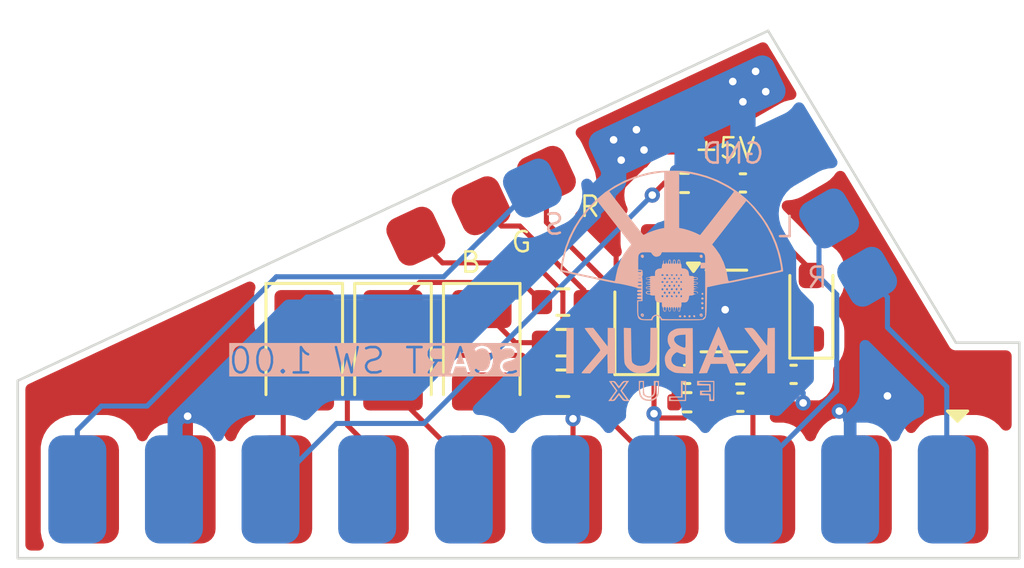
<source format=kicad_pcb>
(kicad_pcb (version 20240108) (generator "pcbnew") (generator_version "8.0")
  (title_block (title "Scart male aerial template") (date "2024-03-14") (rev "1.00") (company "KabukiFlux"))
  (layers (0 "F.Cu" signal) (31 "B.Cu" signal) (34 "B.Paste" user) (35 "F.Paste" user) (36 "B.SilkS" user "B.Silkscreen") (37 "F.SilkS" user "F.Silkscreen") (38 "B.Mask" user) (39 "F.Mask" user) (44 "Edge.Cuts" user))
  (net 0 "")
  (net 1 "+5V")
  (net 2 "GND")
  (net 3 "Net-(D1-K)")
  (net 4 "/SWITCHING")
  (net 5 "Net-(U1-FB)")
  (net 6 "Net-(CB1-Pad1)")
  (net 7 "/BLUE_SC")
  (net 8 "/GREEN_SC")
  (net 9 "Net-(CG1-Pad1)")
  (net 10 "/RED_SC")
  (net 11 "Net-(CR1-Pad1)")
  (net 12 "Net-(D2-A)")
  (net 13 "/AUDIO_LEFT")
  (net 14 "/AUDIO_RIGHT")
  (net 15 "/SYNC")
  (net 16 "/RED")
  (net 17 "/GREEN")
  (net 18 "/BLUE")
  (net 19 "Net-(S1-Pin_16)")
  (footprint "Diode_SMD:D_SOD-323_HandSoldering" (layer "F.Cu") (at 107.4 70.75 90)
    (property "Reference" "D2" (hide yes))
    (property "Value" "D_Schottky" (hide yes))
    (pad "1" smd roundrect (at -1.25 0 90) (size 1 1) (layers "F.Cu" "F.Paste" "F.Mask") (net 4 "/SWITCHING"))
    (pad "2" smd roundrect (at 1.25 0 90) (size 1 1) (layers "F.Cu" "F.Paste" "F.Mask") (net 12 "Net-(D2-A)"))
  )
  (footprint "Resistor_SMD:R_0402_1005Metric" (layer "F.Cu") (at 109.4 73.85 180)
    (property "Reference" "R1" (hide yes))
    (property "Value" "1.6M")
    (pad "1" smd roundrect (at -0.51 0 180) (size 0.54 0.64) (layers "F.Cu" "F.Paste" "F.Mask") (net 4 "/SWITCHING"))
    (pad "2" smd roundrect (at 0.51 0 180) (size 0.54 0.64) (layers "F.Cu" "F.Paste" "F.Mask") (net 5 "Net-(U1-FB)"))
  )
  (footprint "Resistor_SMD:R_0402_1005Metric" (layer "F.Cu") (at 111.5 72.75)
    (property "Reference" "R2" (hide yes))
    (property "Value" "200K")
    (pad "1" smd roundrect (at -0.51 0) (size 0.54 0.64) (layers "F.Cu" "F.Paste" "F.Mask") (net 5 "Net-(U1-FB)"))
    (pad "2" smd roundrect (at 0.51 0) (size 0.54 0.64) (layers "F.Cu" "F.Paste" "F.Mask") (net 2 "GND"))
  )
  (footprint "scart_mega2:PAD2x2mm" (layer "F.Cu") (at 103.85 64.9 25)
    (property "Reference" "J1" (hide yes))
    (property "Value" "Conn_01x01" (hide yes))
    (pad "1" smd roundrect (at 0 0 25) (size 2 2) (layers "F.Cu" "F.Paste" "F.Mask") (net 16 "/RED"))
  )
  (footprint "Capacitor_Tantalum_SMD:CP_EIA-3528-21_Kemet-B_Pad1.50x2.35mm_HandSolder" (layer "F.Cu") (at 101.3 71.8 -90)
    (property "Reference" "CB1" (hide yes))
    (property "Value" "220uF" (hide yes))
    (pad "1" smd roundrect (at -1.625 0 270) (size 1.5 2.35) (layers "F.Cu" "F.Paste" "F.Mask") (roundrect_rratio 0.166667) (net 6 "Net-(CB1-Pad1)"))
    (pad "2" smd roundrect (at 1.625 0 270) (size 1.5 2.35) (layers "F.Cu" "F.Paste" "F.Mask") (roundrect_rratio 0.166667) (net 7 "/BLUE_SC"))
  )
  (footprint "Diode_SMD:D_SOD-323_HandSoldering" (layer "F.Cu") (at 114.3 70.1 90)
    (property "Reference" "D1" (hide yes))
    (property "Value" "D_Schottky" (hide yes))
    (pad "1" smd roundrect (at -1.25 0 90) (size 1 1) (layers "F.Cu" "F.Paste" "F.Mask") (net 3 "Net-(D1-K)"))
    (pad "2" smd roundrect (at 1.25 0 90) (size 1 1) (layers "F.Cu" "F.Paste" "F.Mask") (net 1 "+5V"))
  )
  (footprint "scart_mega2:PAD2x2mm" (layer "F.Cu") (at 101.275 66.1 25)
    (property "Reference" "J2" (hide yes))
    (property "Value" "Conn_01x01" (hide yes))
    (pad "1" smd roundrect (at 0 0 25) (size 2 2) (layers "F.Cu" "F.Paste" "F.Mask") (net 17 "/GREEN"))
  )
  (footprint "Capacitor_SMD:C_0402_1005Metric" (layer "F.Cu") (at 111.6 65.2 180)
    (property "Reference" "C1" (hide yes))
    (property "Value" "100nF")
    (pad "1" smd roundrect (at -0.48 0 180) (size 0.56 0.62) (layers "F.Cu" "F.Paste" "F.Mask") (net 1 "+5V"))
    (pad "2" smd roundrect (at 0.48 0 180) (size 0.56 0.62) (layers "F.Cu" "F.Paste" "F.Mask") (net 2 "GND"))
  )
  (footprint "scart_mega2:PAD2x2mm" (layer "F.Cu") (at 98.7 67.3 25)
    (property "Reference" "J3" (hide yes))
    (property "Value" "Conn_01x01" (hide yes))
    (pad "1" smd roundrect (at 0 0 25) (size 2 2) (layers "F.Cu" "F.Paste" "F.Mask") (net 18 "/BLUE"))
  )
  (footprint "Resistor_SMD:R_0603_1608Metric" (layer "F.Cu") (at 104.5 73.1 180)
    (property "Reference" "RR1" (hide yes))
    (property "Value" "75" (hide yes))
    (pad "1" smd roundrect (at -0.825 0 180) (size 0.8 0.95) (layers "F.Cu" "F.Paste" "F.Mask") (net 16 "/RED"))
    (pad "2" smd roundrect (at 0.825 0 180) (size 0.8 0.95) (layers "F.Cu" "F.Paste" "F.Mask") (net 11 "Net-(CR1-Pad1)"))
  )
  (footprint "Capacitor_SMD:C_0402_1005Metric" (layer "F.Cu") (at 111.5 73.85)
    (property "Reference" "C4" (hide yes))
    (property "Value" "1uF")
    (pad "1" smd roundrect (at -0.48 0) (size 0.56 0.62) (layers "F.Cu" "F.Paste" "F.Mask") (net 4 "/SWITCHING"))
    (pad "2" smd roundrect (at 0.48 0) (size 0.56 0.62) (layers "F.Cu" "F.Paste" "F.Mask") (net 2 "GND"))
  )
  (footprint "Capacitor_Tantalum_SMD:CP_EIA-3528-21_Kemet-B_Pad1.50x2.35mm_HandSolder" (layer "F.Cu") (at 97.8 71.8 -90)
    (property "Reference" "CG1" (hide yes))
    (property "Value" "220uF" (hide yes))
    (pad "1" smd roundrect (at -1.625 0 270) (size 1.5 2.35) (layers "F.Cu" "F.Paste" "F.Mask") (roundrect_rratio 0.166667) (net 9 "Net-(CG1-Pad1)"))
    (pad "2" smd roundrect (at 1.625 0 270) (size 1.5 2.35) (layers "F.Cu" "F.Paste" "F.Mask") (roundrect_rratio 0.166667) (net 8 "/GREEN_SC"))
  )
  (footprint "scart_mega2:SCART" (layer "F.Cu") (at 85.366 79.997)
    (property "Reference" "S1" (hide yes))
    (property "Value" "SCART MALE" (hide yes))
    (pad "1" smd roundrect (at 34.774 -2.7105) (size 2.286 4.267) (layers "F.Cu" "F.Paste" "F.Mask"))
    (pad "2" smd roundrect (at 34.274 -2.7105) (size 2.286 4.267) (layers "B.Cu" "B.Paste" "B.Mask") (net 14 "/AUDIO_RIGHT"))
    (pad "3" smd roundrect (at 30.964 -2.7105) (size 2.286 4.267) (layers "F.Cu" "F.Paste" "F.Mask"))
    (pad "4" smd roundrect (at 30.464 -2.7105) (size 2.286 4.267) (layers "B.Cu" "B.Paste" "B.Mask") (net 2 "GND"))
    (pad "5" smd roundrect (at 27.154 -2.7105) (size 2.286 4.267) (layers "F.Cu" "F.Paste" "F.Mask") (net 2 "GND"))
    (pad "6" smd roundrect (at 26.654 -2.7105) (size 2.286 4.267) (layers "B.Cu" "B.Paste" "B.Mask") (net 13 "/AUDIO_LEFT"))
    (pad "7" smd roundrect (at 23.344 -2.7105) (size 2.286 4.267) (layers "F.Cu" "F.Paste" "F.Mask") (net 7 "/BLUE_SC"))
    (pad "8" smd roundrect (at 22.844 -2.7105) (size 2.286 4.267) (layers "B.Cu" "B.Paste" "B.Mask") (net 4 "/SWITCHING"))
    (pad "9" smd roundrect (at 19.534 -2.7105) (size 2.286 4.267) (layers "F.Cu" "F.Paste" "F.Mask") (net 2 "GND"))
    (pad "10" smd roundrect (at 19.034 -2.7105) (size 2.286 4.267) (layers "B.Cu" "B.Paste" "B.Mask"))
    (pad "11" smd roundrect (at 15.724 -2.7105) (size 2.286 4.267) (layers "F.Cu" "F.Paste" "F.Mask") (net 8 "/GREEN_SC"))
    (pad "12" smd roundrect (at 15.224 -2.7105) (size 2.286 4.267) (layers "B.Cu" "B.Paste" "B.Mask"))
    (pad "13" smd roundrect (at 11.914 -2.7105) (size 2.286 4.267) (layers "F.Cu" "F.Paste" "F.Mask") (net 2 "GND"))
    (pad "14" smd roundrect (at 11.414 -2.7105) (size 2.286 4.267) (layers "B.Cu" "B.Paste" "B.Mask"))
    (pad "15" smd roundrect (at 8.104 -2.7105) (size 2.286 4.267) (layers "F.Cu" "F.Paste" "F.Mask") (net 10 "/RED_SC"))
    (pad "16" smd roundrect (at 7.604 -2.7105) (size 2.286 4.267) (layers "B.Cu" "B.Paste" "B.Mask") (net 19 "Net-(S1-Pin_16)"))
    (pad "17" smd roundrect (at 4.294 -2.7105) (size 2.286 4.267) (layers "F.Cu" "F.Paste" "F.Mask") (net 2 "GND"))
    (pad "18" smd roundrect (at 3.794 -2.7105) (size 2.286 4.267) (layers "B.Cu" "B.Paste" "B.Mask") (net 2 "GND"))
    (pad "19" smd roundrect (at 0.484 -2.7105) (size 2.286 4.267) (layers "F.Cu" "F.Paste" "F.Mask"))
    (pad "20" smd roundrect (at -0.016 -2.7105) (size 2.286 4.267) (layers "B.Cu" "B.Paste" "B.Mask") (net 15 "/SYNC"))
  )
  (footprint "Resistor_SMD:R_0603_1608Metric" (layer "F.Cu") (at 104.5 71.5 180)
    (property "Reference" "RB1" (hide yes))
    (property "Value" "75" (hide yes))
    (pad "1" smd roundrect (at -0.825 0 180) (size 0.8 0.95) (layers "F.Cu" "F.Paste" "F.Mask") (net 18 "/BLUE"))
    (pad "2" smd roundrect (at 0.825 0 180) (size 0.8 0.95) (layers "F.Cu" "F.Paste" "F.Mask") (net 6 "Net-(CB1-Pad1)"))
  )
  (footprint "scart_mega2:PAD2x2mm" (layer "F.Cu") (at 113.5 63.9 30)
    (property "Reference" "J7" (hide yes))
    (property "Value" "Conn_01x01" (hide yes))
    (pad "1" smd roundrect (at 0 0 30) (size 2 2) (layers "F.Cu" "F.Paste" "F.Mask") (net 1 "+5V"))
  )
  (footprint "Capacitor_SMD:C_0402_1005Metric" (layer "F.Cu") (at 109.4 72.75 180)
    (property "Reference" "C3" (hide yes))
    (property "Value" "10pF")
    (pad "1" smd roundrect (at -0.48 0 180) (size 0.56 0.62) (layers "F.Cu" "F.Paste" "F.Mask") (net 4 "/SWITCHING"))
    (pad "2" smd roundrect (at 0.48 0 180) (size 0.56 0.62) (layers "F.Cu" "F.Paste" "F.Mask") (net 5 "Net-(U1-FB)"))
  )
  (footprint "Resistor_SMD:R_0603_1608Metric" (layer "F.Cu") (at 104.5 69.9 180)
    (property "Reference" "RG1" (hide yes))
    (property "Value" "75" (hide yes))
    (pad "1" smd roundrect (at -0.825 0 180) (size 0.8 0.95) (layers "F.Cu" "F.Paste" "F.Mask") (net 17 "/GREEN"))
    (pad "2" smd roundrect (at 0.825 0 180) (size 0.8 0.95) (layers "F.Cu" "F.Paste" "F.Mask") (net 9 "Net-(CG1-Pad1)"))
  )
  (footprint "Inductor_SMD:L_0603_1608Metric" (layer "F.Cu") (at 108.8 67.3 180)
    (property "Reference" "L1" (hide yes))
    (property "Value" "10uH")
    (pad "1" smd roundrect (at -0.7875 0 180) (size 0.875 0.95) (layers "F.Cu" "F.Paste" "F.Mask") (net 3 "Net-(D1-K)"))
    (pad "2" smd roundrect (at 0.7875 0 180) (size 0.875 0.95) (layers "F.Cu" "F.Paste" "F.Mask") (net 12 "Net-(D2-A)"))
  )
  (footprint "Capacitor_SMD:C_0402_1005Metric" (layer "F.Cu") (at 113.6 72.75 180)
    (property "Reference" "C2" (hide yes))
    (property "Value" "4.7uF")
    (pad "1" smd roundrect (at -0.48 0 180) (size 0.56 0.62) (layers "F.Cu" "F.Paste" "F.Mask") (net 3 "Net-(D1-K)"))
    (pad "2" smd roundrect (at 0.48 0 180) (size 0.56 0.62) (layers "F.Cu" "F.Paste" "F.Mask") (net 2 "GND"))
  )
  (footprint "Capacitor_Tantalum_SMD:CP_EIA-3528-21_Kemet-B_Pad1.50x2.35mm_HandSolder" (layer "F.Cu") (at 94.3 71.8 -90)
    (property "Reference" "CR1" (hide yes))
    (property "Value" "220uF" (hide yes))
    (pad "1" smd roundrect (at -1.625 0 270) (size 1.5 2.35) (layers "F.Cu" "F.Paste" "F.Mask") (roundrect_rratio 0.166667) (net 11 "Net-(CR1-Pad1)"))
    (pad "2" smd roundrect (at 1.625 0 270) (size 1.5 2.35) (layers "F.Cu" "F.Paste" "F.Mask") (roundrect_rratio 0.166667) (net 10 "/RED_SC"))
  )
  (footprint "Package_TO_SOT_SMD:SOT-23-5_HandSoldering" (layer "F.Cu") (at 110.85 70.25)
    (property "Reference" "U1" (hide yes))
    (property "Value" "TPS61040DBVR")
    (pad "1" smd roundrect (at -1.35 -0.95) (size 1.56 0.65) (layers "F.Cu" "F.Paste" "F.Mask") (net 12 "Net-(D2-A)"))
    (pad "2" smd roundrect (at -1.35 0) (size 1.56 0.65) (layers "F.Cu" "F.Paste" "F.Mask") (net 2 "GND"))
    (pad "3" smd roundrect (at -1.35 0.95) (size 1.56 0.65) (layers "F.Cu" "F.Paste" "F.Mask") (net 5 "Net-(U1-FB)"))
    (pad "4" smd roundrect (at 1.35 0.95) (size 1.56 0.65) (layers "F.Cu" "F.Paste" "F.Mask") (net 3 "Net-(D1-K)"))
    (pad "5" smd roundrect (at 1.35 -0.95) (size 1.56 0.65) (layers "F.Cu" "F.Paste" "F.Mask") (net 3 "Net-(D1-K)"))
  )
  (footprint "Resistor_SMD:R_0402_1005Metric" (layer "F.Cu") (at 109.3 65.2)
    (property "Reference" "R3" (hide yes))
    (property "Value" "180")
    (pad "1" smd roundrect (at -0.51 0) (size 0.54 0.64) (layers "F.Cu" "F.Paste" "F.Mask") (net 19 "Net-(S1-Pin_16)"))
    (pad "2" smd roundrect (at 0.51 0) (size 0.54 0.64) (layers "F.Cu" "F.Paste" "F.Mask") (net 1 "+5V"))
  )
  (footprint "scart_mega2:PAD2x2mm" (layer "B.Cu") (at 116.5 68.9 -150)
    (property "Reference" "J5" (hide yes))
    (property "Value" "Conn_01x01" (hide yes))
    (pad "1" smd roundrect (at 0 0 210) (size 2 2) (layers "B.Cu" "B.Paste" "B.Mask") (net 14 "/AUDIO_RIGHT"))
  )
  (footprint "kabuki:LogoKabuki_10mm" (layer "B.Cu") (at 108.7 69.3 180)
    (property "Reference" "G1" (hide yes))
    (property "Value" "LOGO" (hide yes))
  )
  (footprint "scart_mega2:PAD2x2mm" (layer "B.Cu") (at 103.3 65.4 -155)
    (property "Reference" "J4" (hide yes))
    (property "Value" "Conn_01x01" (hide yes))
    (pad "1" smd roundrect (at 0 0 205) (size 2 2) (layers "B.Cu" "B.Paste" "B.Mask") (net 15 "/SYNC"))
  )
  (footprint "scart_mega2:PAD2x2mm" (layer "B.Cu") (at 115 66.6 -150)
    (property "Reference" "J6" (hide yes))
    (property "Value" "Conn_01x01" (hide yes))
    (pad "1" smd roundrect (at 0 0 210) (size 2 2) (layers "B.Cu" "B.Paste" "B.Mask") (net 13 "/AUDIO_LEFT"))
  )
  (footprint "scart_mega2:PAD2x8mm" (layer "B.Cu") (at 109.4 62.6 25)
    (property "Reference" "J8" (hide yes))
    (property "Value" "Conn_01x01" (hide yes))
    (pad "1" smd roundrect (at 0 0 25) (size 8 2) (layers "B.Cu" "B.Paste" "B.Mask") (net 2 "GND"))
  )
  (gr_line (start 112.594107 59.200041) (end 120 71.5) (stroke (width 0.1)) (layer "Edge.Cuts"))
  (gr_line (start 83 80) (end 122.5 80) (stroke (width 0.1)) (layer "Edge.Cuts"))
  (gr_line (start 112.594107 59.200041) (end 83 73) (stroke (width 0.1)) (layer "Edge.Cuts"))
  (gr_line (start 122.5 71.5) (end 122.5 80) (stroke (width 0.1)) (layer "Edge.Cuts"))
  (gr_line (start 83 80) (end 83 73) (stroke (width 0.1)) (layer "Edge.Cuts"))
  (gr_line (start 122.5 71.5) (end 120 71.5) (stroke (width 0.1)) (layer "Edge.Cuts"))
  (gr_text "GND" (at 112.5 64.5 0) (layer "B.SilkS") (effects (font (size 0.8 0.8) (thickness 0.1)) (justify left bottom mirror)))
  (gr_text "R" (at 115 69.4 0) (layer "B.SilkS") (effects (font (size 0.8 0.8) (thickness 0.1)) (justify left bottom mirror)))
  (gr_text "S" (at 104.6 67.3 0) (layer "B.SilkS") (effects (font (size 0.8 0.8) (thickness 0.1)) (justify left bottom mirror)))
  (gr_text "L" (at 113.7 67.4 0) (layer "B.SilkS") (effects (font (size 0.8 0.8) (thickness 0.1)) (justify left bottom mirror)))
  (gr_text "SCART SW 1.00" (at 102.9 72.8 0) (layer "B.SilkS" knockout) (effects (font (size 1 1) (thickness 0.1)) (justify left bottom mirror)))
  (gr_text "+5V" (at 109.6 64.3 0) (layer "F.SilkS") (effects (font (size 0.8 0.8) (thickness 0.1)) (justify left bottom)))
  (gr_text "R" (at 105.1 66.6 0) (layer "F.SilkS") (effects (font (size 0.8 0.8) (thickness 0.1)) (justify left bottom)))
  (gr_text "B" (at 100.4 68.8 0) (layer "F.SilkS") (effects (font (size 0.8 0.8) (thickness 0.1)) (justify left bottom)))
  (gr_text "G" (at 102.4 68 0) (layer "F.SilkS") (effects (font (size 0.8 0.8) (thickness 0.1)) (justify left bottom)))
  (segment (start 111.4661 65.8139) (end 110.4239 65.8139) (width 0.2) (layer "F.Cu") (net 1))
  (segment (start 111.4661 65.8139) (end 114.3 68.6478) (width 0.2) (layer "F.Cu") (net 1))
  (segment (start 114.3 68.6478) (end 114.3 68.85) (width 0.2) (layer "F.Cu") (net 1))
  (segment (start 113.38 63.9) (end 112.08 65.2) (width 0.2) (layer "F.Cu") (net 1))
  (segment (start 113.5 63.9) (end 113.38 63.9) (width 0.2) (layer "F.Cu") (net 1))
  (segment (start 112.08 65.2) (end 111.4661 65.8139) (width 0.2) (layer "F.Cu") (net 1))
  (segment (start 110.4239 65.8139) (end 109.81 65.2) (width 0.2) (layer "F.Cu") (net 1))
  (segment (start 89.7 74.4) (end 89.66 74.44) (width 0.2) (layer "F.Cu") (net 2))
  (segment (start 107.9404 70.661) (end 107.0893 70.661) (width 0.2) (layer "F.Cu") (net 2))
  (segment (start 108.6 63.6) (end 110 63.6) (width 0.2) (layer "F.Cu") (net 2))
  (segment (start 111.2 61.2) (end 111.12 61.28) (width 0.2) (layer "F.Cu") (net 2))
  (segment (start 92 71.6) (end 94.9 71.6) (width 0.2) (layer "F.Cu") (net 2))
  (segment (start 107.0893 70.661) (end 106.6 70.1717) (width 0.2) (layer "F.Cu") (net 2))
  (segment (start 111.12 62.48) (end 111.12 65.2) (width 0.2) (layer "F.Cu") (net 2))
  (segment (start 113.12 72.75) (end 112.01 72.75) (width 0.35) (layer "F.Cu") (net 2))
  (segment (start 108.3514 70.25) (end 107.9404 70.661) (width 0.2) (layer "F.Cu") (net 2))
  (segment (start 89.66 74.44) (end 89.66 77.2865) (width 0.2) (layer "F.Cu") (net 2))
  (segment (start 115.4 74.2) (end 115.2 74.4) (width 0.2) (layer "F.Cu") (net 2))
  (segment (start 111.12 61.28) (end 111.12 65.2) (width 0.2) (layer "F.Cu") (net 2))
  (segment (start 89.7 74.4) (end 89.7 73.9) (width 0.2) (layer "F.Cu") (net 2))
  (segment (start 111.12 61.78) (end 111.12 65.2) (width 0.2) (layer "F.Cu") (net 2))
  (segment (start 111.6 62) (end 111.12 62.48) (width 0.2) (layer "F.Cu") (net 2))
  (segment (start 110.9 70.2) (end 110.6 70.2) (width 0.2) (layer "F.Cu") (net 2))
  (segment (start 97.28 76.03325) (end 97.28 77.2865) (width 0.2) (layer "F.Cu") (net 2))
  (segment (start 94.9 71.6) (end 96 72.7) (width 0.2) (layer "F.Cu") (net 2))
  (segment (start 110.9 70.2) (end 110.9 71.6) (width 0.2) (layer "F.Cu") (net 2))
  (segment (start 117.2 73.7) (end 117.3 73.6) (width 0.2) (layer "F.Cu") (net 2))
  (segment (start 111.98 73.85) (end 111.995 73.85) (width 0.2) (layer "F.Cu") (net 2))
  (segment (start 113.12 73.82) (end 113.12 72.75) (width 0.2) (layer "F.Cu") (net 2))
  (segment (start 89.7 73.9) (end 92 71.6) (width 0.2) (layer "F.Cu") (net 2))
  (segment (start 110.9 71.6) (end 112.01 72.71) (width 0.2) (layer "F.Cu") (net 2))
  (segment (start 110 63.6) (end 111.12 64.72) (width 0.2) (layer "F.Cu") (net 2))
  (segment (start 114.824265 73.875735) (end 115 73.7) (width 0.2) (layer "F.Cu") (net 2))
  (segment (start 112.5 61.6) (end 111.12 62.98) (width 0.2) (layer "F.Cu") (net 2))
  (segment (start 96 74.75325) (end 97.28 76.03325) (width 0.2) (layer "F.Cu") (net 2))
  (segment (start 111.12 64.72) (end 111.12 65.2) (width 0.2) (layer "F.Cu") (net 2))
  (segment (start 113.975735 73.875735) (end 114.824265 73.875735) (width 0.2) (layer "F.Cu") (net 2))
  (segment (start 110.6 70.2) (end 110.55 70.25) (width 0.2) (layer "F.Cu") (net 2))
  (segment (start 104.9 74.5) (end 104.9 77.2865) (width 0.2) (layer "F.Cu") (net 2))
  (segment (start 112.1 60.8) (end 111.12 61.78) (width 0.2) (layer "F.Cu") (net 2))
  (segment (start 111.995 76.7615) (end 112.52 77.2865) (width 0.2) (layer "F.Cu") (net 2))
  (segment (start 113.7 74.4) (end 113.12 73.82) (width 0.2) (layer "F.Cu") (net 2))
  (segment (start 111.12 62.98) (end 111.12 65.2) (width 0.2) (layer "F.Cu") (net 2))
  (segment (start 115.2 74.4) (end 113.7 74.4) (width 0.2) (layer "F.Cu") (net 2))
  (segment (start 112.01 72.71) (end 112.01 72.75) (width 0.2) (layer "F.Cu") (net 2))
  (segment (start 109.5 70.25) (end 108.3514 70.25) (width 0.2) (layer "F.Cu") (net 2))
  (segment (start 110.55 70.25) (end 109.5 70.25) (width 0.2) (layer "F.Cu") (net 2))
  (segment (start 111.995 73.85) (end 112.01 73.835) (width 0.2) (layer "F.Cu") (net 2))
  (segment (start 106.6 65.6) (end 108.6 63.6) (width 0.2) (layer "F.Cu") (net 2))
  (segment (start 115 73.7) (end 117.2 73.7) (width 0.2) (layer "F.Cu") (net 2))
  (segment (start 96 72.7) (end 96 74.75325) (width 0.2) (layer "F.Cu") (net 2))
  (segment (start 112.01 73.835) (end 112.01 72.75) (width 0.35) (layer "F.Cu") (net 2))
  (segment (start 111.995 73.85) (end 111.995 76.7615) (width 0.2) (layer "F.Cu") (net 2))
  (segment (start 106.6 70.1717) (end 106.6 65.6) (width 0.2) (layer "F.Cu") (net 2))
  (via (at 89.7 74.4) (size 0.6) (drill 0.3) (layers "F.Cu" "B.Cu") (net 2))
  (via (at 107.4 63.1) (size 0.6) (drill 0.3) (layers "F.Cu" "B.Cu") (net 2))
  (via (at 107.7 63.9) (size 0.6) (drill 0.3) (layers "F.Cu" "B.Cu") (net 2))
  (via (at 113.975735 73.875735) (size 0.6) (drill 0.3) (layers "F.Cu" "B.Cu") (net 2))
  (via (at 117.3 73.6) (size 0.6) (drill 0.3) (layers "F.Cu" "B.Cu") (net 2))
  (via (at 110.9 70.2) (size 0.6) (drill 0.3) (layers "F.Cu" "B.Cu") (net 2))
  (via (at 115.4 74.2) (size 0.6) (drill 0.3) (layers "F.Cu" "B.Cu") (net 2))
  (via (at 104.9 74.5) (size 0.6) (drill 0.3) (layers "F.Cu" "B.Cu") (net 2))
  (via (at 112.5 61.6) (size 0.6) (drill 0.3) (layers "F.Cu" "B.Cu") (net 2))
  (via (at 111.2 61.2) (size 0.6) (drill 0.3) (layers "F.Cu" "B.Cu") (net 2))
  (via (at 112.1 60.8) (size 0.6) (drill 0.3) (layers "F.Cu" "B.Cu") (net 2))
  (via (at 111.6 62) (size 0.6) (drill 0.3) (layers "F.Cu" "B.Cu") (net 2))
  (via (at 106.8 64.3) (size 0.6) (drill 0.3) (layers "F.Cu" "B.Cu") (net 2))
  (via (at 106.5 63.5) (size 0.6) (drill 0.3) (layers "F.Cu" "B.Cu") (net 2))
  (segment (start 105.9 66.5) (end 102.7 69.7) (width 0.2) (layer "B.Cu") (net 2))
  (segment (start 89.4 77.0465) (end 89.16 77.2865) (width 0.2) (layer "B.Cu") (net 2))
  (segment (start 109.4 68.7) (end 109.4 62.6) (width 1) (layer "B.Cu") (net 2))
  (segment (start 117.3 73.6) (end 116.9 73.6) (width 0.2) (layer "B.Cu") (net 2))
  (segment (start 89.4 74.7) (end 89.4 77.0465) (width 0.2) (layer "B.Cu") (net 2))
  (segment (start 109.2 70) (end 109.2 63.9) (width 0.2) (layer "B.Cu") (net 2))
  (segment (start 104.9 74.3) (end 109.2 70) (width 0.2) (layer "B.Cu") (net 2))
  (segment (start 110.9 70.2) (end 109.4 68.7) (width 0.2) (layer "B.Cu") (net 2))
  (segment (start 89.7 74.4) (end 89.4 74.7) (width 0.2) (layer "B.Cu") (net 2))
  (segment (start 105.9 65.7) (end 105.9 66.5) (width 0.2) (layer "B.Cu") (net 2))
  (segment (start 115.83 74.63) (end 115.83 77.2865) (width 0.2) (layer "B.Cu") (net 2))
  (segment (start 113.975735 73.475735) (end 111.6 71.1) (width 0.2) (layer "B.Cu") (net 2))
  (segment (start 102.7 69.7) (end 94.4 69.7) (width 0.2) (layer "B.Cu") (net 2))
  (segment (start 116.9 73.6) (end 115.83 74.67) (width 0.2) (layer "B.Cu") (net 2))
  (segment (start 106.5 65.1) (end 106.5 64.6) (width 1) (layer "B.Cu") (net 2))
  (segment (start 111.6 71.1) (end 111.6 62) (width 1) (layer "B.Cu") (net 2))
  (segment (start 115.83 74.67) (end 115.83 77.2865) (width 0.2) (layer "B.Cu") (net 2))
  (segment (start 94.4 69.7) (end 89.7 74.4) (width 0.2) (layer "B.Cu") (net 2))
  (segment (start 113.975735 73.875735) (end 113.975735 73.475735) (width 0.2) (layer "B.Cu") (net 2))
  (segment (start 115.4 74.2) (end 115.83 74.63) (width 0.2) (layer "B.Cu") (net 2))
  (segment (start 105.9 65.7) (end 106.5 65.1) (width 1) (layer "B.Cu") (net 2))
  (segment (start 106.5 64.6) (end 106.8 64.3) (width 0.2) (layer "B.Cu") (net 2))
  (segment (start 104.9 74.5) (end 104.9 74.3) (width 0.2) (layer "B.Cu") (net 2))
  (segment (start 109.2 63.9) (end 107.7 63.9) (width 0.2) (layer "B.Cu") (net 2))
  (segment (start 114.05 71.3) (end 114.2 71.45) (width 0.2) (layer "F.Cu") (net 3))
  (segment (start 114.2 72.63) (end 114.2 71.45) (width 0.2) (layer "F.Cu") (net 3))
  (segment (start 112.3 71.3) (end 114.05 71.3) (width 0.2) (layer "F.Cu") (net 3))
  (segment (start 112.2 69.3) (end 112.2 71.2) (width 0.2) (layer "F.Cu") (net 3))
  (segment (start 112.2 71.2) (end 112.3 71.3) (width 0.2) (layer "F.Cu") (net 3))
  (segment (start 111.5875 69.3) (end 112.2 69.3) (width 0.2) (layer "F.Cu") (net 3))
  (segment (start 109.5875 67.3) (end 111.5875 69.3) (width 0.2) (layer "F.Cu") (net 3))
  (segment (start 114.08 72.75) (end 114.2 72.63) (width 0.2) (layer "F.Cu") (net 3))
  (segment (start 108.094229 74.3) (end 108.094229 72.694229) (width 0.2) (layer "F.Cu") (net 4))
  (segment (start 108.094229 74.3) (end 108.264229 74.47) (width 0.2) (layer "F.Cu") (net 4))
  (segment (start 108.264229 74.47) (end 109.29 74.47) (width 0.2) (layer "F.Cu") (net 4))
  (segment (start 108.094229 72.694229) (end 107.4 72) (width 0.2) (layer "F.Cu") (net 4))
  (segment (start 109.88 72.75) (end 109.91 72.78) (width 0.2) (layer "F.Cu") (net 4))
  (segment (start 109.29 74.47) (end 109.91 73.85) (width 0.2) (layer "F.Cu") (net 4))
  (segment (start 109.91 72.78) (end 109.91 73.85) (width 0.2) (layer "F.Cu") (net 4))
  (segment (start 111.02 73.85) (end 109.91 73.85) (width 0.2) (layer "F.Cu") (net 4))
  (via (at 108.094229 74.3) (size 0.6) (drill 0.3) (layers "F.Cu" "B.Cu") (net 4))
  (segment (start 108.094229 74.3) (end 108.21 74.415771) (width 0.2) (layer "B.Cu") (net 4))
  (segment (start 108.21 74.415771) (end 108.21 77.2865) (width 0.2) (layer "B.Cu") (net 4))
  (segment (start 110.99 72.75) (end 110.99 72.69) (width 0.2) (layer "F.Cu") (net 5))
  (segment (start 109.5 71.2) (end 108.92 71.78) (width 0.2) (layer "F.Cu") (net 5))
  (segment (start 110.99 72.69) (end 109.5 71.2) (width 0.2) (layer "F.Cu") (net 5))
  (segment (start 108.92 71.78) (end 108.92 72.75) (width 0.2) (layer "F.Cu") (net 5))
  (segment (start 108.89 72.78) (end 108.89 73.85) (width 0.2) (layer "F.Cu") (net 5))
  (segment (start 108.92 72.75) (end 108.89 72.78) (width 0.2) (layer "F.Cu") (net 5))
  (segment (start 103.675 71.5) (end 102.625 71.5) (width 0.2) (layer "F.Cu") (net 6))
  (segment (start 102.625 71.5) (end 101.3 70.175) (width 0.2) (layer "F.Cu") (net 6))
  (segment (start 101.3 70.175) (end 102.125 70.175) (width 0.2) (layer "F.Cu") (net 6))
  (segment (start 108.71 77.2865) (end 108.71 76.91) (width 0.2) (layer "F.Cu") (net 7))
  (segment (start 108.71 76.91) (end 105.7 73.9) (width 0.2) (layer "F.Cu") (net 7))
  (segment (start 105.7 73.9) (end 101.775 73.9) (width 0.2) (layer "F.Cu") (net 7))
  (segment (start 101.775 73.9) (end 101.3 73.425) (width 0.2) (layer "F.Cu") (net 7))
  (segment (start 97.8 73.425) (end 101.09 76.715) (width 0.2) (layer "F.Cu") (net 8))
  (segment (start 101.09 76.715) (end 101.09 77.2865) (width 0.2) (layer "F.Cu") (net 8))
  (segment (start 101.09 76.19) (end 101.09 77.2865) (width 0.2) (layer "F.Cu") (net 8))
  (segment (start 103.675 69.9) (end 102.9 69.125) (width 0.2) (layer "F.Cu") (net 9))
  (segment (start 98.85 69.125) (end 97.8 70.175) (width 0.2) (layer "F.Cu") (net 9))
  (segment (start 102.9 69.125) (end 98.85 69.125) (width 0.2) (layer "F.Cu") (net 9))
  (segment (start 93.47 74.255) (end 93.47 77.2865) (width 0.2) (layer "F.Cu") (net 10))
  (segment (start 93.4 73.425) (end 93.5 73.525) (width 0.2) (layer "F.Cu") (net 10))
  (segment (start 93.5 77.2565) (end 93.47 77.2865) (width 0.2) (layer "F.Cu") (net 10))
  (segment (start 94.3 73.425) (end 93.47 74.255) (width 0.2) (layer "F.Cu") (net 10))
  (segment (start 96.125 72) (end 102.9 72) (width 0.2) (layer "F.Cu") (net 11))
  (segment (start 103.675 72.775) (end 103.675 73.1) (width 0.2) (layer "F.Cu") (net 11))
  (segment (start 94.3 70.175) (end 96.125 72) (width 0.2) (layer "F.Cu") (net 11))
  (segment (start 102.9 72) (end 103.675 72.775) (width 0.2) (layer "F.Cu") (net 11))
  (segment (start 107.6 69.3) (end 107.5 69.4) (width 0.2) (layer "F.Cu") (net 12))
  (segment (start 108.0125 67.3) (end 108.0125 69.0625) (width 0.2) (layer "F.Cu") (net 12))
  (segment (start 108.25 69.3) (end 107.6 69.3) (width 0.2) (layer "F.Cu") (net 12))
  (segment (start 108.0125 69.0625) (end 108.25 69.3) (width 0.2) (layer "F.Cu") (net 12))
  (segment (start 109.5 69.3) (end 108.25 69.3) (width 0.2) (layer "F.Cu") (net 12))
  (segment (start 115.3 69.6) (end 115.3 73.4) (width 0.2) (layer "B.Cu") (net 13))
  (segment (start 115 66.6) (end 114.6 67) (width 0.2) (layer "B.Cu") (net 13))
  (segment (start 112.02 76.68) (end 112.02 77.2865) (width 0.2) (layer "B.Cu") (net 13))
  (segment (start 114.6 68.9) (end 115.3 69.6) (width 0.2) (layer "B.Cu") (net 13))
  (segment (start 115.3 73.4) (end 112.02 76.68) (width 0.2) (layer "B.Cu") (net 13))
  (segment (start 114.6 67) (end 114.6 68.9) (width 0.2) (layer "B.Cu") (net 13))
  (segment (start 116.5 68.9) (end 117.3 69.7) (width 0.2) (layer "B.Cu") (net 14))
  (segment (start 117.3 69.7) (end 117.3 70.9) (width 0.2) (layer "B.Cu") (net 14))
  (segment (start 119.64 73.24) (end 119.64 77.2865) (width 0.2) (layer "B.Cu") (net 14))
  (segment (start 117.3 70.9) (end 119.64 73.24) (width 0.2) (layer "B.Cu") (net 14))
  (segment (start 85.35 74.95) (end 85.35 77.2865) (width 0.2) (layer "B.Cu") (net 15))
  (segment (start 93.2 68.9) (end 88.1 74) (width 0.2) (layer "B.Cu") (net 15))
  (segment (start 103.3 65.4) (end 99.8 68.9) (width 0.2) (layer "B.Cu") (net 15))
  (segment (start 88.1 74) (end 86.3 74) (width 0.2) (layer "B.Cu") (net 15))
  (segment (start 86.3 74) (end 85.35 74.95) (width 0.2) (layer "B.Cu") (net 15))
  (segment (start 99.8 68.9) (end 93.2 68.9) (width 0.2) (layer "B.Cu") (net 15))
  (segment (start 105.325 73.1) (end 105.9 73.1) (width 0.2) (layer "F.Cu") (net 16))
  (segment (start 103.85 65.25) (end 104.2 64.9) (width 0.2) (layer "F.Cu") (net 16))
  (segment (start 105.9 73.1) (end 106.2 72.8) (width 0.2) (layer "F.Cu") (net 16))
  (segment (start 106.2 69.1) (end 103.85 66.75) (width 0.2) (layer "F.Cu") (net 16))
  (segment (start 103.85 66.75) (end 103.85 65.25) (width 0.2) (layer "F.Cu") (net 16))
  (segment (start 106.2 72.8) (end 106.2 69.1) (width 0.2) (layer "F.Cu") (net 16))
  (segment (start 101.65 66.475) (end 101.65 66.25) (width 0.2) (layer "F.Cu") (net 17))
  (segment (start 102.075 66.9) (end 101.65 66.475) (width 0.2) (layer "F.Cu") (net 17))
  (segment (start 105.325 69.9) (end 105.325 69.425) (width 0.2) (layer "F.Cu") (net 17))
  (segment (start 102.8 66.9) (end 102.075 66.9) (width 0.2) (layer "F.Cu") (net 17))
  (segment (start 105.325 69.425) (end 102.8 66.9) (width 0.2) (layer "F.Cu") (net 17))
  (segment (start 98.7 67.3) (end 99.752487 68.352487) (width 0.2) (layer "F.Cu") (net 18))
  (segment (start 99.752487 68.352487) (end 103.352487 68.352487) (width 0.2) (layer "F.Cu") (net 18))
  (segment (start 104.5 70.675) (end 105.325 71.5) (width 0.2) (layer "F.Cu") (net 18))
  (segment (start 103.352487 68.352487) (end 104.5 69.5) (width 0.2) (layer "F.Cu") (net 18))
  (segment (start 104.5 69.5) (end 104.5 70.675) (width 0.2) (layer "F.Cu") (net 18))
  (segment (start 108.5055 65.2) (end 108.026 65.6795) (width 0.2) (layer "F.Cu") (net 19))
  (segment (start 108.79 65.2) (end 108.5055 65.2) (width 0.2) (layer "F.Cu") (net 19))
  (via (at 108.026 65.6795) (size 0.6) (drill 0.3) (layers "F.Cu" "B.Cu") (net 19))
  (segment (start 95.5704 74.6861) (end 99.0194 74.6861) (width 0.2) (layer "B.Cu") (net 19))
  (segment (start 99.0194 74.6861) (end 108.026 65.6795) (width 0.2) (layer "B.Cu") (net 19))
  (segment (start 92.97 77.2865) (end 95.5704 74.6861) (width 0.2) (layer "B.Cu") (net 19))
  (zone (net 2) (net_name "GND") (layers "F&B.Cu") (name "GND") (priority 1) (connect_pads (clearance 0.8)) (min_thickness 0.45) (fill yes (thermal_gap 0.5) (thermal_bridge_width 0.5))
    (polygon (pts (xy 82.6 58.7) (xy 122.7 58.7) (xy 122.7 80.3) (xy 82.3 80.4)))
  )
)
</source>
